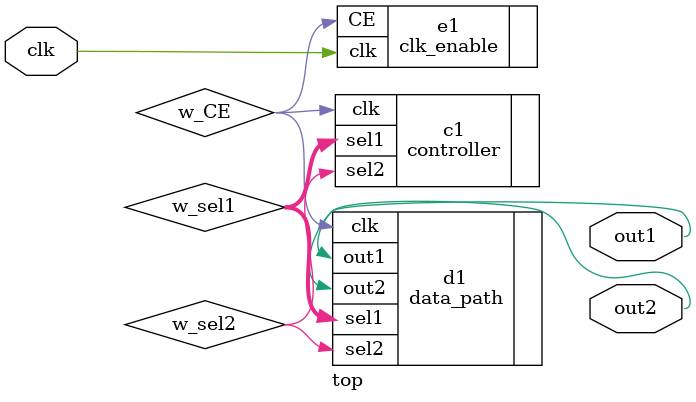
<source format=v>
module top(
	input clk,
	output out1,
	output out2
	);
	
	wire [5:0] w_sel1;
	wire w_sel2;
    wire w_CE;
	
	data_path d1(
        .clk(w_CE),
		.sel1(w_sel1),
		.sel2(w_sel2),
		.out1(out1),
		.out2(out2)
		);
		
	controller c1(
        .clk(w_CE),
		.sel1(w_sel1),
		.sel2(w_sel2)
		);
  
   clk_enable e1(
     .clk(clk),
     .CE(w_CE)
   );
endmodule
</source>
